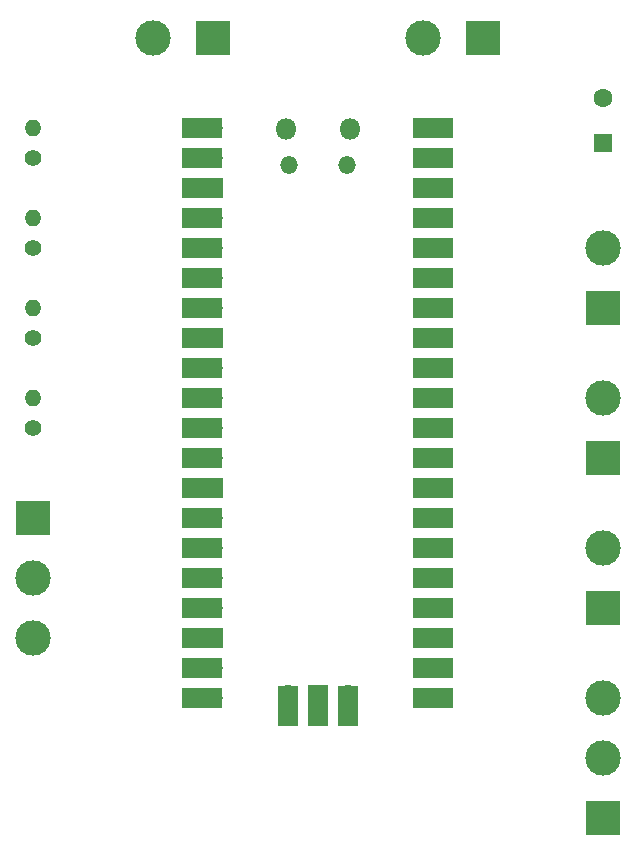
<source format=gbr>
%TF.GenerationSoftware,KiCad,Pcbnew,7.0.6-0*%
%TF.CreationDate,2023-12-23T18:42:55-05:00*%
%TF.ProjectId,Cornhole Wiring,436f726e-686f-46c6-9520-576972696e67,rev?*%
%TF.SameCoordinates,Original*%
%TF.FileFunction,Soldermask,Top*%
%TF.FilePolarity,Negative*%
%FSLAX46Y46*%
G04 Gerber Fmt 4.6, Leading zero omitted, Abs format (unit mm)*
G04 Created by KiCad (PCBNEW 7.0.6-0) date 2023-12-23 18:42:55*
%MOMM*%
%LPD*%
G01*
G04 APERTURE LIST*
%ADD10C,3.000000*%
%ADD11R,3.000000X3.000000*%
%ADD12O,1.800000X1.800000*%
%ADD13O,1.500000X1.500000*%
%ADD14O,1.700000X1.700000*%
%ADD15R,3.500000X1.700000*%
%ADD16R,1.700000X1.700000*%
%ADD17R,1.700000X3.500000*%
%ADD18C,1.400000*%
%ADD19O,1.400000X1.400000*%
%ADD20C,1.600000*%
%ADD21R,1.600000X1.600000*%
G04 APERTURE END LIST*
D10*
%TO.C,J6*%
X114300000Y-109220000D03*
X114300000Y-114300000D03*
D11*
X114300000Y-119380000D03*
%TD*%
%TO.C,J1*%
X81280000Y-53340000D03*
D10*
X76200000Y-53340000D03*
%TD*%
D12*
%TO.C,U1*%
X87445000Y-61090000D03*
D13*
X87745000Y-64120000D03*
X92595000Y-64120000D03*
D12*
X92895000Y-61090000D03*
D14*
X81280000Y-60960000D03*
D15*
X80380000Y-60960000D03*
D14*
X81280000Y-63500000D03*
D15*
X80380000Y-63500000D03*
D16*
X81280000Y-66040000D03*
D15*
X80380000Y-66040000D03*
D14*
X81280000Y-68580000D03*
D15*
X80380000Y-68580000D03*
D14*
X81280000Y-71120000D03*
D15*
X80380000Y-71120000D03*
D14*
X81280000Y-73660000D03*
D15*
X80380000Y-73660000D03*
D14*
X81280000Y-76200000D03*
D15*
X80380000Y-76200000D03*
D16*
X81280000Y-78740000D03*
D15*
X80380000Y-78740000D03*
D14*
X81280000Y-81280000D03*
D15*
X80380000Y-81280000D03*
D14*
X81280000Y-83820000D03*
D15*
X80380000Y-83820000D03*
D14*
X81280000Y-86360000D03*
D15*
X80380000Y-86360000D03*
D14*
X81280000Y-88900000D03*
D15*
X80380000Y-88900000D03*
D16*
X81280000Y-91440000D03*
D15*
X80380000Y-91440000D03*
D14*
X81280000Y-93980000D03*
D15*
X80380000Y-93980000D03*
D14*
X81280000Y-96520000D03*
D15*
X80380000Y-96520000D03*
D14*
X81280000Y-99060000D03*
D15*
X80380000Y-99060000D03*
D14*
X81280000Y-101600000D03*
D15*
X80380000Y-101600000D03*
D16*
X81280000Y-104140000D03*
D15*
X80380000Y-104140000D03*
D14*
X81280000Y-106680000D03*
D15*
X80380000Y-106680000D03*
D14*
X81280000Y-109220000D03*
D15*
X80380000Y-109220000D03*
D14*
X99060000Y-109220000D03*
D15*
X99960000Y-109220000D03*
D14*
X99060000Y-106680000D03*
D15*
X99960000Y-106680000D03*
D16*
X99060000Y-104140000D03*
D15*
X99960000Y-104140000D03*
D14*
X99060000Y-101600000D03*
D15*
X99960000Y-101600000D03*
D14*
X99060000Y-99060000D03*
D15*
X99960000Y-99060000D03*
D14*
X99060000Y-96520000D03*
D15*
X99960000Y-96520000D03*
D14*
X99060000Y-93980000D03*
D15*
X99960000Y-93980000D03*
D16*
X99060000Y-91440000D03*
D15*
X99960000Y-91440000D03*
D14*
X99060000Y-88900000D03*
D15*
X99960000Y-88900000D03*
D14*
X99060000Y-86360000D03*
D15*
X99960000Y-86360000D03*
D14*
X99060000Y-83820000D03*
D15*
X99960000Y-83820000D03*
D14*
X99060000Y-81280000D03*
D15*
X99960000Y-81280000D03*
D16*
X99060000Y-78740000D03*
D15*
X99960000Y-78740000D03*
D14*
X99060000Y-76200000D03*
D15*
X99960000Y-76200000D03*
D14*
X99060000Y-73660000D03*
D15*
X99960000Y-73660000D03*
D14*
X99060000Y-71120000D03*
D15*
X99960000Y-71120000D03*
D14*
X99060000Y-68580000D03*
D15*
X99960000Y-68580000D03*
D16*
X99060000Y-66040000D03*
D15*
X99960000Y-66040000D03*
D14*
X99060000Y-63500000D03*
D15*
X99960000Y-63500000D03*
D14*
X99060000Y-60960000D03*
D15*
X99960000Y-60960000D03*
D14*
X87630000Y-108990000D03*
D17*
X87630000Y-109890000D03*
D16*
X90170000Y-108990000D03*
D17*
X90170000Y-109890000D03*
D14*
X92710000Y-108990000D03*
D17*
X92710000Y-109890000D03*
%TD*%
D18*
%TO.C,R4*%
X66040000Y-63500000D03*
D19*
X66040000Y-60960000D03*
%TD*%
D18*
%TO.C,R3*%
X66040000Y-86360000D03*
D19*
X66040000Y-83820000D03*
%TD*%
D18*
%TO.C,R2*%
X66040000Y-71120000D03*
D19*
X66040000Y-68580000D03*
%TD*%
D18*
%TO.C,R1*%
X66040000Y-78740000D03*
D19*
X66040000Y-76200000D03*
%TD*%
D10*
%TO.C,J7*%
X114300000Y-83820000D03*
D11*
X114300000Y-88900000D03*
%TD*%
D10*
%TO.C,J5*%
X99060000Y-53340000D03*
D11*
X104140000Y-53340000D03*
%TD*%
D10*
%TO.C,J4*%
X114300000Y-96520000D03*
D11*
X114300000Y-101600000D03*
%TD*%
%TO.C,J3*%
X114300000Y-76200000D03*
D10*
X114300000Y-71120000D03*
%TD*%
D11*
%TO.C,J2*%
X66040000Y-93980000D03*
D10*
X66040000Y-99060000D03*
X66040000Y-104140000D03*
%TD*%
D20*
%TO.C,C1*%
X114300000Y-58420000D03*
D21*
X114300000Y-62220000D03*
%TD*%
M02*

</source>
